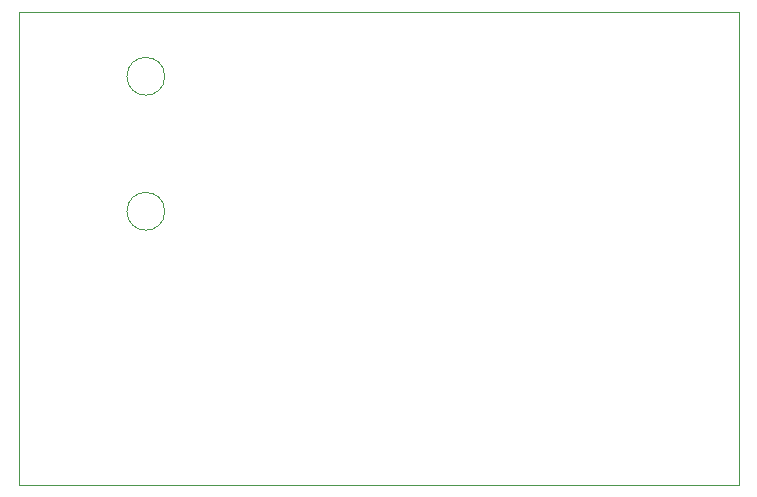
<source format=gm1>
G04 #@! TF.GenerationSoftware,KiCad,Pcbnew,6.0.9*
G04 #@! TF.CreationDate,2023-03-07T12:57:11+01:00*
G04 #@! TF.ProjectId,injection-controller,696e6a65-6374-4696-9f6e-2d636f6e7472,rev?*
G04 #@! TF.SameCoordinates,Original*
G04 #@! TF.FileFunction,Profile,NP*
%FSLAX46Y46*%
G04 Gerber Fmt 4.6, Leading zero omitted, Abs format (unit mm)*
G04 Created by KiCad (PCBNEW 6.0.9) date 2023-03-07 12:57:11*
%MOMM*%
%LPD*%
G01*
G04 APERTURE LIST*
G04 #@! TA.AperFunction,Profile*
%ADD10C,0.100000*%
G04 #@! TD*
G04 #@! TA.AperFunction,Profile*
%ADD11C,0.120000*%
G04 #@! TD*
G04 APERTURE END LIST*
D10*
X118970000Y-120030000D02*
X179930000Y-120030000D01*
X179930000Y-120030000D02*
X179930000Y-80030000D01*
X179930000Y-80030000D02*
X118970000Y-80030000D01*
X118970000Y-80030000D02*
X118970000Y-120030000D01*
D11*
G04 #@! TO.C,J1*
X131340000Y-96895000D02*
G75*
G03*
X131340000Y-96895000I-1600000J0D01*
G01*
X131340000Y-85465000D02*
G75*
G03*
X131340000Y-85465000I-1600000J0D01*
G01*
G04 #@! TD*
M02*

</source>
